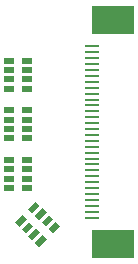
<source format=gtp>
G04 EAGLE Gerber X2 export*
%TF.Part,Single*%
%TF.FileFunction,Other,padmask top*%
%TF.FilePolarity,Positive*%
%TF.GenerationSoftware,Autodesk,EAGLE,9.6.2*%
%TF.CreationDate,2022-04-17T11:55:35Z*%
G75*
%MOMM*%
%FSLAX34Y34*%
%LPD*%
%INpadmask top*%
%AMOC8*
5,1,8,0,0,1.08239X$1,22.5*%
G01*
%ADD10R,0.900000X0.500000*%
%ADD11R,0.500000X0.900000*%
%ADD12R,1.250000X0.250000*%
%ADD13R,3.650000X2.350000*%


D10*
X57000Y106000D03*
X57000Y98000D03*
X57000Y90000D03*
X57000Y82000D03*
X73000Y82000D03*
X73000Y90000D03*
X73000Y98000D03*
X73000Y106000D03*
X57000Y64000D03*
X57000Y56000D03*
X57000Y48000D03*
X57000Y40000D03*
X73000Y40000D03*
X73000Y48000D03*
X73000Y56000D03*
X73000Y64000D03*
X57000Y22000D03*
X57000Y14000D03*
X57000Y6000D03*
X57000Y-2000D03*
X73000Y-2000D03*
X73000Y6000D03*
X73000Y14000D03*
X73000Y22000D03*
D11*
G36*
X96996Y-30399D02*
X100531Y-33934D01*
X94168Y-40297D01*
X90633Y-36762D01*
X96996Y-30399D01*
G37*
G36*
X91339Y-24743D02*
X94874Y-28278D01*
X88511Y-34641D01*
X84976Y-31106D01*
X91339Y-24743D01*
G37*
G36*
X85682Y-19086D02*
X89217Y-22621D01*
X82854Y-28984D01*
X79319Y-25449D01*
X85682Y-19086D01*
G37*
G36*
X80026Y-13429D02*
X83561Y-16964D01*
X77198Y-23327D01*
X73663Y-19792D01*
X80026Y-13429D01*
G37*
G36*
X68712Y-24743D02*
X72247Y-28278D01*
X65884Y-34641D01*
X62349Y-31106D01*
X68712Y-24743D01*
G37*
G36*
X74369Y-30399D02*
X77904Y-33934D01*
X71541Y-40297D01*
X68006Y-36762D01*
X74369Y-30399D01*
G37*
G36*
X80026Y-36056D02*
X83561Y-39591D01*
X77198Y-45954D01*
X73663Y-42419D01*
X80026Y-36056D01*
G37*
G36*
X85682Y-41713D02*
X89217Y-45248D01*
X82854Y-51611D01*
X79319Y-48076D01*
X85682Y-41713D01*
G37*
D12*
X128000Y-27000D03*
X128000Y-22000D03*
X128000Y-17000D03*
X128000Y-12000D03*
X128000Y-7000D03*
X128000Y-2000D03*
X128000Y3000D03*
X128000Y8000D03*
X128000Y13000D03*
X128000Y18000D03*
X128000Y23000D03*
X128000Y28000D03*
X128000Y33000D03*
X128000Y38000D03*
X128000Y43000D03*
X128000Y48000D03*
X128000Y53000D03*
X128000Y58000D03*
X128000Y63000D03*
X128000Y68000D03*
X128000Y73000D03*
X128000Y78000D03*
X128000Y83000D03*
X128000Y88000D03*
X128000Y93000D03*
X128000Y98000D03*
X128000Y103000D03*
X128000Y108000D03*
X128000Y113000D03*
X128000Y118000D03*
D13*
X145300Y-49180D03*
X145300Y140180D03*
M02*

</source>
